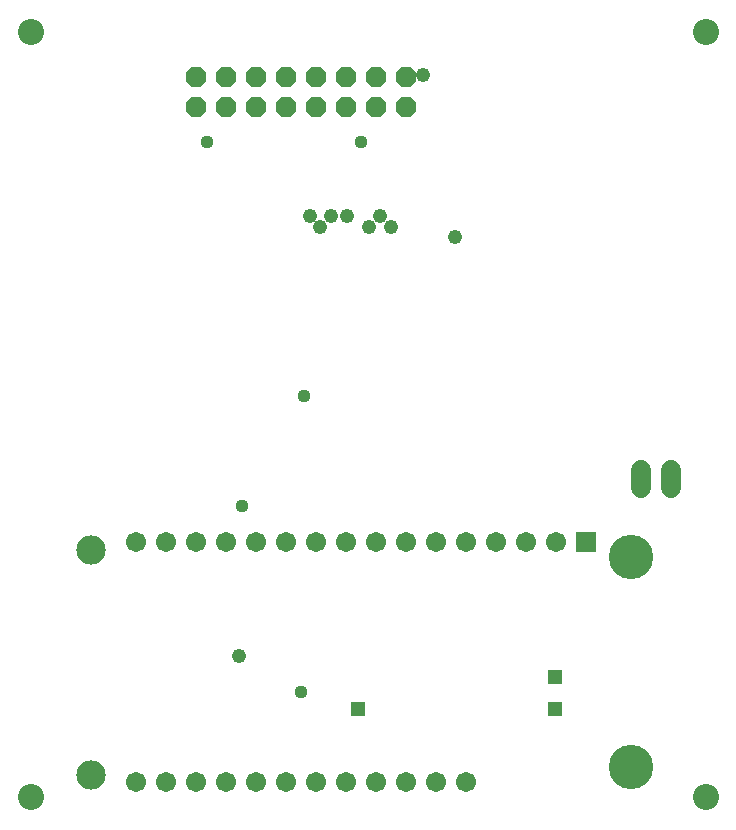
<source format=gbr>
G04 EAGLE Gerber RS-274X export*
G75*
%MOMM*%
%FSLAX34Y34*%
%LPD*%
%INSoldermask Bottom*%
%IPPOS*%
%AMOC8*
5,1,8,0,0,1.08239X$1,22.5*%
G01*
%ADD10C,2.203200*%
%ADD11P,1.869504X8X22.500000*%
%ADD12C,2.489200*%
%ADD13C,3.759200*%
%ADD14R,1.711200X1.711200*%
%ADD15C,1.711200*%
%ADD16C,1.727200*%
%ADD17C,1.109600*%
%ADD18C,1.219200*%
%ADD19R,1.209600X1.209600*%


D10*
X38100Y685800D03*
X38100Y38100D03*
X609600Y685800D03*
X609600Y38100D03*
D11*
X177800Y622300D03*
X177800Y647700D03*
X203200Y622300D03*
X203200Y647700D03*
X228600Y622300D03*
X228600Y647700D03*
X254000Y622300D03*
X254000Y647700D03*
X279400Y622300D03*
X279400Y647700D03*
X304800Y622300D03*
X304800Y647700D03*
X330200Y622300D03*
X330200Y647700D03*
X355600Y622300D03*
X355600Y647700D03*
D12*
X88900Y247650D03*
X88900Y57150D03*
D13*
X546100Y63500D03*
X546100Y241300D03*
D14*
X508000Y254000D03*
D15*
X482600Y254000D03*
X457200Y254000D03*
X431800Y254000D03*
X406400Y254000D03*
X381000Y254000D03*
X355600Y254000D03*
X330200Y254000D03*
X304800Y254000D03*
X279400Y254000D03*
X254000Y254000D03*
X228600Y254000D03*
X203200Y254000D03*
X177800Y254000D03*
X152400Y254000D03*
X127000Y254000D03*
X406400Y50800D03*
X381000Y50800D03*
X355600Y50800D03*
X330200Y50800D03*
X304800Y50800D03*
X279400Y50800D03*
X254000Y50800D03*
X228600Y50800D03*
X203200Y50800D03*
X177800Y50800D03*
X152400Y50800D03*
X127000Y50800D03*
D16*
X554800Y299880D02*
X554800Y315120D01*
X580200Y315120D02*
X580200Y299880D01*
D17*
X270000Y377500D03*
X267500Y127500D03*
D18*
X214884Y157734D03*
D19*
X315000Y112500D03*
X482500Y112500D03*
D17*
X217500Y285000D03*
D18*
X324612Y521208D03*
X397764Y512064D03*
X274320Y530352D03*
X283464Y521208D03*
X292608Y530352D03*
X306324Y530352D03*
X333756Y530352D03*
X342900Y521208D03*
X370332Y649224D03*
D17*
X317500Y592500D03*
X187500Y592500D03*
D19*
X482500Y140000D03*
M02*

</source>
